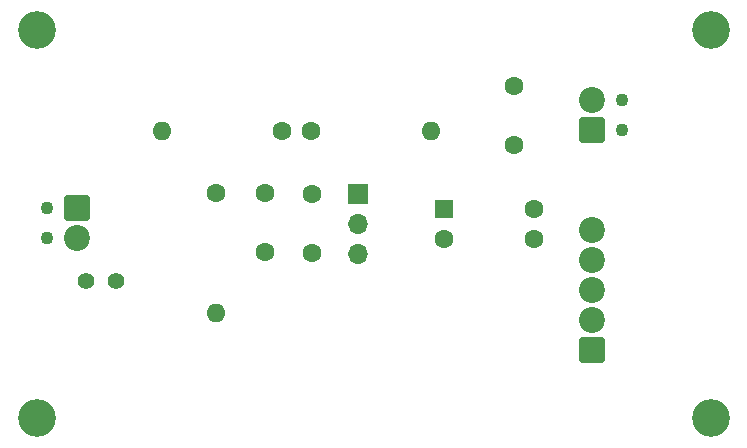
<source format=gbs>
%TF.GenerationSoftware,KiCad,Pcbnew,9.0.1+1*%
%TF.CreationDate,2025-12-31T05:22:49+00:00*%
%TF.ProjectId,WALKIN_PIR_IF,57414c4b-494e-45f5-9049-525f49462e6b,A*%
%TF.SameCoordinates,Original*%
%TF.FileFunction,Soldermask,Bot*%
%TF.FilePolarity,Negative*%
%FSLAX46Y46*%
G04 Gerber Fmt 4.6, Leading zero omitted, Abs format (unit mm)*
G04 Created by KiCad (PCBNEW 9.0.1+1) date 2025-12-31 05:22:49*
%MOMM*%
%LPD*%
G01*
G04 APERTURE LIST*
G04 Aperture macros list*
%AMRoundRect*
0 Rectangle with rounded corners*
0 $1 Rounding radius*
0 $2 $3 $4 $5 $6 $7 $8 $9 X,Y pos of 4 corners*
0 Add a 4 corners polygon primitive as box body*
4,1,4,$2,$3,$4,$5,$6,$7,$8,$9,$2,$3,0*
0 Add four circle primitives for the rounded corners*
1,1,$1+$1,$2,$3*
1,1,$1+$1,$4,$5*
1,1,$1+$1,$6,$7*
1,1,$1+$1,$8,$9*
0 Add four rect primitives between the rounded corners*
20,1,$1+$1,$2,$3,$4,$5,0*
20,1,$1+$1,$4,$5,$6,$7,0*
20,1,$1+$1,$6,$7,$8,$9,0*
20,1,$1+$1,$8,$9,$2,$3,0*%
G04 Aperture macros list end*
%ADD10RoundRect,0.249999X0.850001X-0.850001X0.850001X0.850001X-0.850001X0.850001X-0.850001X-0.850001X0*%
%ADD11C,2.200000*%
%ADD12C,1.600000*%
%ADD13RoundRect,0.250000X-0.550000X-0.550000X0.550000X-0.550000X0.550000X0.550000X-0.550000X0.550000X0*%
%ADD14O,1.600000X1.600000*%
%ADD15C,1.100000*%
%ADD16RoundRect,0.249999X-0.850001X0.850001X-0.850001X-0.850001X0.850001X-0.850001X0.850001X0.850001X0*%
%ADD17C,1.400000*%
%ADD18C,3.200000*%
%ADD19R,1.700000X1.700000*%
%ADD20O,1.700000X1.700000*%
G04 APERTURE END LIST*
D10*
%TO.C,J2*%
X173467500Y-108071101D03*
D11*
X173467500Y-105531101D03*
X173467500Y-102991101D03*
X173467500Y-100451101D03*
X173467500Y-97911101D03*
%TD*%
D12*
%TO.C,C1*%
X145770000Y-94781101D03*
X145770000Y-99781101D03*
%TD*%
%TO.C,C2*%
X149790000Y-94881101D03*
X149790000Y-99881101D03*
%TD*%
D13*
%TO.C,U1*%
X160970000Y-96146101D03*
D12*
X160970000Y-98686101D03*
X168590000Y-98686101D03*
X168590000Y-96146101D03*
%TD*%
%TO.C,R2*%
X149690000Y-89551101D03*
D14*
X159850000Y-89551101D03*
%TD*%
D15*
%TO.C,J1*%
X127290000Y-96061101D03*
X127290000Y-98601101D03*
D16*
X129830000Y-96061101D03*
D11*
X129830000Y-98601101D03*
%TD*%
D17*
%TO.C,JP1*%
X130650000Y-102241101D03*
X133190000Y-102241101D03*
%TD*%
D12*
%TO.C,C3*%
X166840000Y-90721101D03*
X166840000Y-85721101D03*
%TD*%
D18*
%TO.C,H1*%
X183525535Y-113885568D03*
%TD*%
%TO.C,H3*%
X183525535Y-80956635D03*
%TD*%
D12*
%TO.C,R1*%
X141670000Y-94821101D03*
D14*
X141670000Y-104981101D03*
%TD*%
D15*
%TO.C,J3*%
X176007500Y-89451101D03*
X176007500Y-86911101D03*
D10*
X173467500Y-89451101D03*
D11*
X173467500Y-86911101D03*
%TD*%
D18*
%TO.C,H4*%
X126455534Y-80956635D03*
%TD*%
%TO.C,H2*%
X126455534Y-113885568D03*
%TD*%
D19*
%TO.C,S1*%
X153700000Y-94896101D03*
D20*
X153700000Y-97436101D03*
X153700000Y-99976101D03*
%TD*%
D12*
%TO.C,R3*%
X147210000Y-89551101D03*
D14*
X137050000Y-89551101D03*
%TD*%
M02*

</source>
